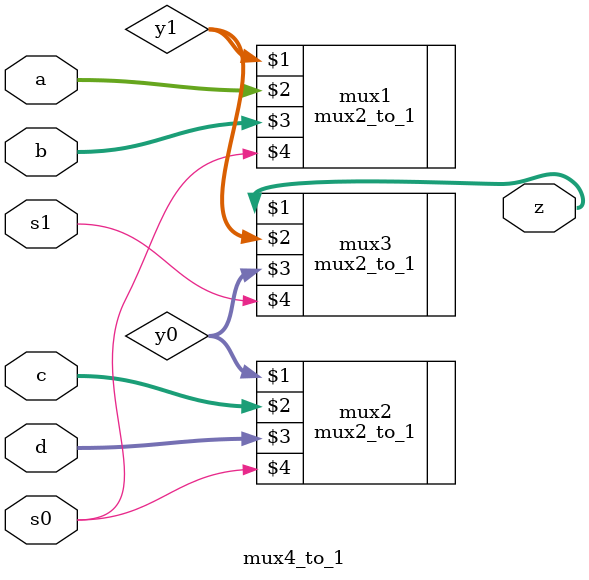
<source format=v>

module mux4_to_1(z, a, b, c, d, s1, s0);

output [31:0] z;
input  [31:0] a;
input  [31:0] b;
input  [31:0] c;
input  [31:0] d;
input         s1;
input         s0;

wire [31:0] y1;
wire [31:0] y0;

mux2_to_1 mux1(y1, a, b, s0);
mux2_to_1 mux2(y0, c, d, s0);
mux2_to_1 mux3(z, y1, y0, s1);

endmodule
</source>
